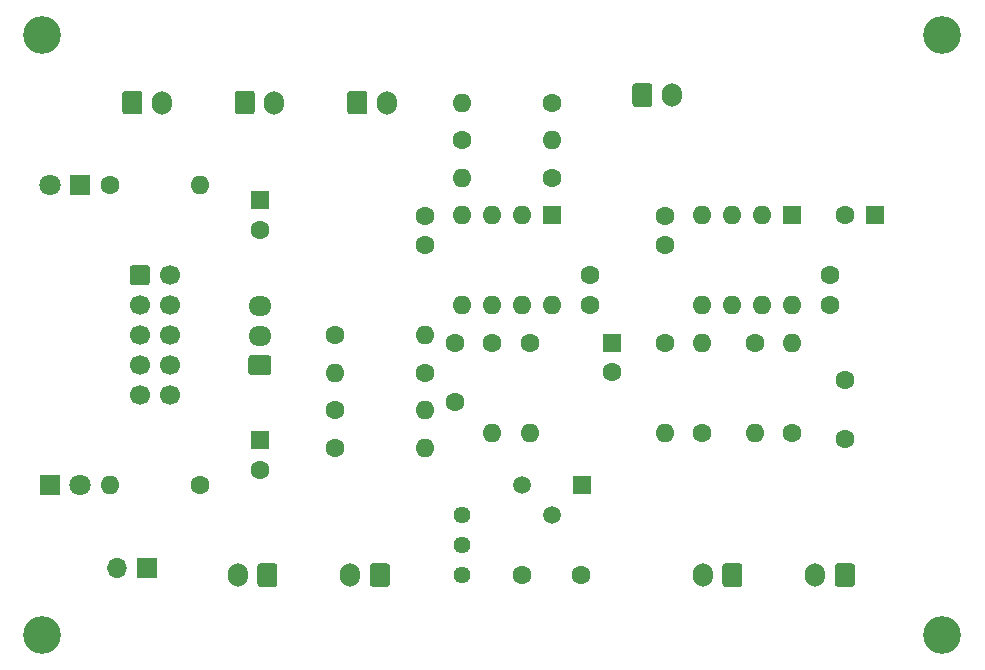
<source format=gbs>
G04 #@! TF.GenerationSoftware,KiCad,Pcbnew,(5.1.6)-1*
G04 #@! TF.CreationDate,2020-10-22T15:24:49+09:00*
G04 #@! TF.ProjectId,SawVCO,53617756-434f-42e6-9b69-6361645f7063,Ver. 1.0*
G04 #@! TF.SameCoordinates,Original*
G04 #@! TF.FileFunction,Soldermask,Bot*
G04 #@! TF.FilePolarity,Negative*
%FSLAX46Y46*%
G04 Gerber Fmt 4.6, Leading zero omitted, Abs format (unit mm)*
G04 Created by KiCad (PCBNEW (5.1.6)-1) date 2020-10-22 15:24:49*
%MOMM*%
%LPD*%
G01*
G04 APERTURE LIST*
%ADD10C,1.440000*%
%ADD11O,1.700000X2.000000*%
%ADD12C,3.200000*%
%ADD13C,1.600000*%
%ADD14R,1.600000X1.600000*%
%ADD15O,1.600000X1.600000*%
%ADD16R,1.500000X1.500000*%
%ADD17C,1.500000*%
%ADD18O,1.700000X1.700000*%
%ADD19R,1.700000X1.700000*%
%ADD20O,1.950000X1.700000*%
%ADD21C,1.700000*%
%ADD22C,1.800000*%
%ADD23R,1.800000X1.800000*%
G04 APERTURE END LIST*
D10*
G04 #@! TO.C,RV1*
X149860000Y-119380000D03*
X149860000Y-116840000D03*
X149860000Y-114300000D03*
G04 #@! TD*
D11*
G04 #@! TO.C,J11*
X167600000Y-78740000D03*
G36*
G01*
X164250000Y-79490000D02*
X164250000Y-77990000D01*
G75*
G02*
X164500000Y-77740000I250000J0D01*
G01*
X165700000Y-77740000D01*
G75*
G02*
X165950000Y-77990000I0J-250000D01*
G01*
X165950000Y-79490000D01*
G75*
G02*
X165700000Y-79740000I-250000J0D01*
G01*
X164500000Y-79740000D01*
G75*
G02*
X164250000Y-79490000I0J250000D01*
G01*
G37*
G04 #@! TD*
D12*
G04 #@! TO.C,H4*
X190500000Y-124460000D03*
G04 #@! TD*
G04 #@! TO.C,H3*
X114300000Y-124460000D03*
G04 #@! TD*
G04 #@! TO.C,H2*
X190500000Y-73660000D03*
G04 #@! TD*
G04 #@! TO.C,H1*
X114300000Y-73660000D03*
G04 #@! TD*
D13*
G04 #@! TO.C,C1*
X162560000Y-102195000D03*
D14*
X162560000Y-99695000D03*
G04 #@! TD*
D15*
G04 #@! TO.C,R11*
X152400000Y-107315000D03*
D13*
X152400000Y-99695000D03*
G04 #@! TD*
D15*
G04 #@! TO.C,R2*
X167005000Y-107315000D03*
D13*
X167005000Y-99695000D03*
G04 #@! TD*
D15*
G04 #@! TO.C,R1*
X170180000Y-99695000D03*
D13*
X170180000Y-107315000D03*
G04 #@! TD*
D15*
G04 #@! TO.C,U1*
X177800000Y-96520000D03*
X170180000Y-88900000D03*
X175260000Y-96520000D03*
X172720000Y-88900000D03*
X172720000Y-96520000D03*
X175260000Y-88900000D03*
X170180000Y-96520000D03*
D14*
X177800000Y-88900000D03*
G04 #@! TD*
D13*
G04 #@! TO.C,C11*
X149225000Y-104695000D03*
X149225000Y-99695000D03*
G04 #@! TD*
G04 #@! TO.C,C10*
X146685000Y-88940000D03*
X146685000Y-91440000D03*
G04 #@! TD*
D15*
G04 #@! TO.C,R6*
X174625000Y-107315000D03*
D13*
X174625000Y-99695000D03*
G04 #@! TD*
D15*
G04 #@! TO.C,U2*
X157480000Y-96520000D03*
X149860000Y-88900000D03*
X154940000Y-96520000D03*
X152400000Y-88900000D03*
X152400000Y-96520000D03*
X154940000Y-88900000D03*
X149860000Y-96520000D03*
D14*
X157480000Y-88900000D03*
G04 #@! TD*
D15*
G04 #@! TO.C,R15*
X149860000Y-79375000D03*
D13*
X157480000Y-79375000D03*
G04 #@! TD*
D15*
G04 #@! TO.C,R14*
X139065000Y-102235000D03*
D13*
X146685000Y-102235000D03*
G04 #@! TD*
D15*
G04 #@! TO.C,R13*
X146685000Y-105410000D03*
D13*
X139065000Y-105410000D03*
G04 #@! TD*
D15*
G04 #@! TO.C,R12*
X146685000Y-99060000D03*
D13*
X139065000Y-99060000D03*
G04 #@! TD*
D15*
G04 #@! TO.C,R10*
X157480000Y-82550000D03*
D13*
X149860000Y-82550000D03*
G04 #@! TD*
D15*
G04 #@! TO.C,R9*
X155575000Y-107315000D03*
D13*
X155575000Y-99695000D03*
G04 #@! TD*
D15*
G04 #@! TO.C,R8*
X149860000Y-85725000D03*
D13*
X157480000Y-85725000D03*
G04 #@! TD*
D15*
G04 #@! TO.C,R7*
X146685000Y-108585000D03*
D13*
X139065000Y-108585000D03*
G04 #@! TD*
D15*
G04 #@! TO.C,R5*
X177800000Y-99695000D03*
D13*
X177800000Y-107315000D03*
G04 #@! TD*
D15*
G04 #@! TO.C,R4*
X127635000Y-86360000D03*
D13*
X120015000Y-86360000D03*
G04 #@! TD*
D15*
G04 #@! TO.C,R3*
X120015000Y-111760000D03*
D13*
X127635000Y-111760000D03*
G04 #@! TD*
D16*
G04 #@! TO.C,Q1*
X160020000Y-111760000D03*
D17*
X154940000Y-111760000D03*
X157480000Y-114300000D03*
G04 #@! TD*
D11*
G04 #@! TO.C,J10*
X124420000Y-79375000D03*
G36*
G01*
X121070000Y-80125000D02*
X121070000Y-78625000D01*
G75*
G02*
X121320000Y-78375000I250000J0D01*
G01*
X122520000Y-78375000D01*
G75*
G02*
X122770000Y-78625000I0J-250000D01*
G01*
X122770000Y-80125000D01*
G75*
G02*
X122520000Y-80375000I-250000J0D01*
G01*
X121320000Y-80375000D01*
G75*
G02*
X121070000Y-80125000I0J250000D01*
G01*
G37*
G04 #@! TD*
G04 #@! TO.C,J9*
X133945000Y-79375000D03*
G36*
G01*
X130595000Y-80125000D02*
X130595000Y-78625000D01*
G75*
G02*
X130845000Y-78375000I250000J0D01*
G01*
X132045000Y-78375000D01*
G75*
G02*
X132295000Y-78625000I0J-250000D01*
G01*
X132295000Y-80125000D01*
G75*
G02*
X132045000Y-80375000I-250000J0D01*
G01*
X130845000Y-80375000D01*
G75*
G02*
X130595000Y-80125000I0J250000D01*
G01*
G37*
G04 #@! TD*
G04 #@! TO.C,J8*
X143470000Y-79375000D03*
G36*
G01*
X140120000Y-80125000D02*
X140120000Y-78625000D01*
G75*
G02*
X140370000Y-78375000I250000J0D01*
G01*
X141570000Y-78375000D01*
G75*
G02*
X141820000Y-78625000I0J-250000D01*
G01*
X141820000Y-80125000D01*
G75*
G02*
X141570000Y-80375000I-250000J0D01*
G01*
X140370000Y-80375000D01*
G75*
G02*
X140120000Y-80125000I0J250000D01*
G01*
G37*
G04 #@! TD*
G04 #@! TO.C,J7*
X130850000Y-119380000D03*
G36*
G01*
X134200000Y-118630000D02*
X134200000Y-120130000D01*
G75*
G02*
X133950000Y-120380000I-250000J0D01*
G01*
X132750000Y-120380000D01*
G75*
G02*
X132500000Y-120130000I0J250000D01*
G01*
X132500000Y-118630000D01*
G75*
G02*
X132750000Y-118380000I250000J0D01*
G01*
X133950000Y-118380000D01*
G75*
G02*
X134200000Y-118630000I0J-250000D01*
G01*
G37*
G04 #@! TD*
D18*
G04 #@! TO.C,J6*
X120650000Y-118745000D03*
D19*
X123190000Y-118745000D03*
G04 #@! TD*
D11*
G04 #@! TO.C,J5*
X140375000Y-119380000D03*
G36*
G01*
X143725000Y-118630000D02*
X143725000Y-120130000D01*
G75*
G02*
X143475000Y-120380000I-250000J0D01*
G01*
X142275000Y-120380000D01*
G75*
G02*
X142025000Y-120130000I0J250000D01*
G01*
X142025000Y-118630000D01*
G75*
G02*
X142275000Y-118380000I250000J0D01*
G01*
X143475000Y-118380000D01*
G75*
G02*
X143725000Y-118630000I0J-250000D01*
G01*
G37*
G04 #@! TD*
G04 #@! TO.C,J4*
X170220000Y-119380000D03*
G36*
G01*
X173570000Y-118630000D02*
X173570000Y-120130000D01*
G75*
G02*
X173320000Y-120380000I-250000J0D01*
G01*
X172120000Y-120380000D01*
G75*
G02*
X171870000Y-120130000I0J250000D01*
G01*
X171870000Y-118630000D01*
G75*
G02*
X172120000Y-118380000I250000J0D01*
G01*
X173320000Y-118380000D01*
G75*
G02*
X173570000Y-118630000I0J-250000D01*
G01*
G37*
G04 #@! TD*
D20*
G04 #@! TO.C,J3*
X132715000Y-96600000D03*
X132715000Y-99100000D03*
G36*
G01*
X133440000Y-102450000D02*
X131990000Y-102450000D01*
G75*
G02*
X131740000Y-102200000I0J250000D01*
G01*
X131740000Y-101000000D01*
G75*
G02*
X131990000Y-100750000I250000J0D01*
G01*
X133440000Y-100750000D01*
G75*
G02*
X133690000Y-101000000I0J-250000D01*
G01*
X133690000Y-102200000D01*
G75*
G02*
X133440000Y-102450000I-250000J0D01*
G01*
G37*
G04 #@! TD*
D11*
G04 #@! TO.C,J2*
X179745000Y-119380000D03*
G36*
G01*
X183095000Y-118630000D02*
X183095000Y-120130000D01*
G75*
G02*
X182845000Y-120380000I-250000J0D01*
G01*
X181645000Y-120380000D01*
G75*
G02*
X181395000Y-120130000I0J250000D01*
G01*
X181395000Y-118630000D01*
G75*
G02*
X181645000Y-118380000I250000J0D01*
G01*
X182845000Y-118380000D01*
G75*
G02*
X183095000Y-118630000I0J-250000D01*
G01*
G37*
G04 #@! TD*
D21*
G04 #@! TO.C,J1*
X125095000Y-104140000D03*
X125095000Y-101600000D03*
X125095000Y-99060000D03*
X125095000Y-96520000D03*
X125095000Y-93980000D03*
X122555000Y-104140000D03*
X122555000Y-101600000D03*
X122555000Y-99060000D03*
X122555000Y-96520000D03*
G36*
G01*
X121705000Y-94580000D02*
X121705000Y-93380000D01*
G75*
G02*
X121955000Y-93130000I250000J0D01*
G01*
X123155000Y-93130000D01*
G75*
G02*
X123405000Y-93380000I0J-250000D01*
G01*
X123405000Y-94580000D01*
G75*
G02*
X123155000Y-94830000I-250000J0D01*
G01*
X121955000Y-94830000D01*
G75*
G02*
X121705000Y-94580000I0J250000D01*
G01*
G37*
G04 #@! TD*
D22*
G04 #@! TO.C,D2*
X114935000Y-86360000D03*
D23*
X117475000Y-86360000D03*
G04 #@! TD*
D22*
G04 #@! TO.C,D1*
X117475000Y-111760000D03*
D23*
X114935000Y-111760000D03*
G04 #@! TD*
D13*
G04 #@! TO.C,C9*
X160655000Y-96480000D03*
X160655000Y-93980000D03*
G04 #@! TD*
G04 #@! TO.C,C8*
X159940000Y-119380000D03*
X154940000Y-119380000D03*
G04 #@! TD*
G04 #@! TO.C,C7*
X182285000Y-88900000D03*
D14*
X184785000Y-88900000D03*
G04 #@! TD*
D13*
G04 #@! TO.C,C6*
X182245000Y-107870000D03*
X182245000Y-102870000D03*
G04 #@! TD*
G04 #@! TO.C,C5*
X167005000Y-88940000D03*
X167005000Y-91440000D03*
G04 #@! TD*
G04 #@! TO.C,C4*
X180975000Y-96480000D03*
X180975000Y-93980000D03*
G04 #@! TD*
G04 #@! TO.C,C3*
X132715000Y-90130000D03*
D14*
X132715000Y-87630000D03*
G04 #@! TD*
D13*
G04 #@! TO.C,C2*
X132715000Y-110450000D03*
D14*
X132715000Y-107950000D03*
G04 #@! TD*
M02*

</source>
